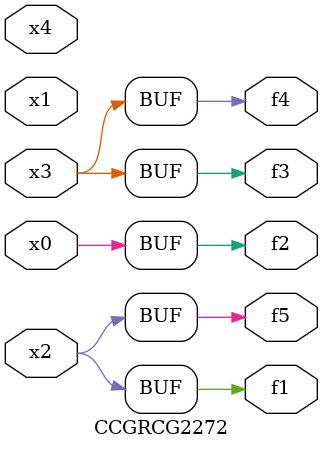
<source format=v>
module CCGRCG2272(
	input x0, x1, x2, x3, x4,
	output f1, f2, f3, f4, f5
);
	assign f1 = x2;
	assign f2 = x0;
	assign f3 = x3;
	assign f4 = x3;
	assign f5 = x2;
endmodule

</source>
